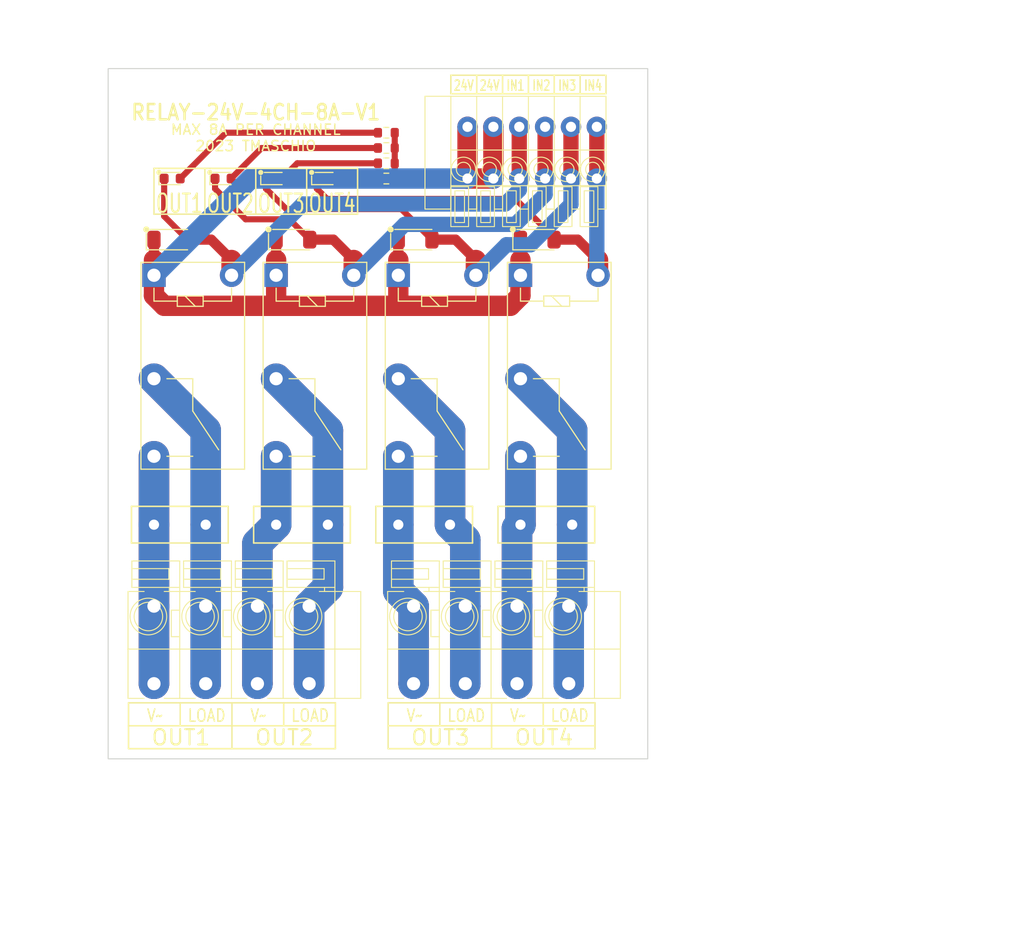
<source format=kicad_pcb>
(kicad_pcb (version 20240108) (generator "pcbnew") (generator_version "8.0")
  (title_block (title "4x 24V 8A Relay Module") (rev "V1"))
  (layers (0 "F.Cu" signal) (31 "B.Cu" signal) (35 "F.Paste" user) (37 "F.SilkS" user "F.Silkscreen") (38 "B.Mask" user) (39 "F.Mask" user) (44 "Edge.Cuts" user))
  (net 0 "")
  (net 1 "Net-(D1-A)")
  (net 2 "+24V")
  (net 3 "Net-(D1-K)")
  (net 4 "Net-(D3-A)")
  (net 5 "Net-(D3-K)")
  (net 6 "Net-(D5-A)")
  (net 7 "Net-(D5-K)")
  (net 8 "Net-(D7-A)")
  (net 9 "Net-(D7-K)")
  (net 10 "Net-(J2-Pin_1)")
  (net 11 "Net-(J2-Pin_2)")
  (net 12 "Net-(J2-Pin_3)")
  (net 13 "Net-(J2-Pin_4)")
  (net 14 "Net-(J3-Pin_2)")
  (net 15 "Net-(J3-Pin_1)")
  (net 16 "Net-(J3-Pin_4)")
  (net 17 "Net-(J3-Pin_3)")
  (footprint "Tales:Relay_SPST_Omron-G5Q-1A" (layer "F.Cu") (at 153.5 82.5 -90)
    (property "Reference" "K3")
    (property "Value" "G5Q-1A4-DC24V")
    (pad "1" thru_hole rect (at 0 0 90) (size 2.3 2.3) (drill 1.3) (layers "*.Cu" "*.Mask") (net 2 "+24V"))
    (pad "2" thru_hole circle (at 10.16 0 90) (size 2.3 2.3) (drill 1.3) (layers "*.Cu" "*.Mask") (net 14 "Net-(J3-Pin_2)"))
    (pad "3" thru_hole circle (at 17.78 0 90) (size 2.3 2.3) (drill 1.3) (layers "*.Cu" "*.Mask") (net 15 "Net-(J3-Pin_1)"))
    (pad "5" thru_hole circle (at 0 -7.62 90) (size 2.3 2.3) (drill 1.3) (layers "*.Cu" "*.Mask") (net 7 "Net-(D5-K)"))
  )
  (footprint "Tales:R_0603_1608Metric" (layer "F.Cu") (at 152.325 71.5 180)
    (property "Reference" "R3")
    (property "Value" "5k6/100mW")
    (pad "1" smd roundrect (at -0.825 0 180) (size 0.8 0.95) (layers "F.Cu" "F.Paste" "F.Mask") (net 2 "+24V"))
    (pad "2" smd roundrect (at 0.825 0 180) (size 0.8 0.95) (layers "F.Cu" "F.Paste" "F.Mask") (net 6 "Net-(D5-A)"))
  )
  (footprint "Tales:D_SOD-123" (layer "F.Cu") (at 143.15 79)
    (property "Reference" "D4")
    (property "Value" "1N4148")
    (pad "1" smd roundrect (at -1.65 0) (size 1.3 1.75) (layers "F.Cu" "F.Paste" "F.Mask") (net 2 "+24V"))
    (pad "2" smd roundrect (at 1.65 0) (size 1.3 1.75) (layers "F.Cu" "F.Paste" "F.Mask") (net 5 "Net-(D3-K)"))
  )
  (footprint "Tales:Relay_SPST_Omron-G5Q-1A" (layer "F.Cu") (at 165.5 82.5 -90)
    (property "Reference" "K4")
    (property "Value" "G5Q-1A4-DC24V")
    (pad "1" thru_hole rect (at 0 0 90) (size 2.3 2.3) (drill 1.3) (layers "*.Cu" "*.Mask") (net 2 "+24V"))
    (pad "2" thru_hole circle (at 10.16 0 90) (size 2.3 2.3) (drill 1.3) (layers "*.Cu" "*.Mask") (net 16 "Net-(J3-Pin_4)"))
    (pad "3" thru_hole circle (at 17.78 0 90) (size 2.3 2.3) (drill 1.3) (layers "*.Cu" "*.Mask") (net 17 "Net-(J3-Pin_3)"))
    (pad "5" thru_hole circle (at 0 -7.62 90) (size 2.3 2.3) (drill 1.3) (layers "*.Cu" "*.Mask") (net 9 "Net-(D7-K)"))
  )
  (footprint "Tales:TerminalBlock_Dibo_DB142V-5.08-4P_1x04_P5.08mm_Vertical" (layer "F.Cu") (at 155 122.62)
    (property "Reference" "J3")
    (property "Value" "Conn_01x04")
    (pad "1" thru_hole circle (at 0 -7.62 180) (size 3 3) (drill 1.3) (layers "*.Cu" "*.Mask") (net 15 "Net-(J3-Pin_1)"))
    (pad "1" thru_hole circle (at 0 0 180) (size 3 3) (drill 1.3) (layers "*.Cu" "*.Mask") (net 15 "Net-(J3-Pin_1)"))
    (pad "2" thru_hole circle (at 5.08 -7.62 180) (size 3 3) (drill 1.3) (layers "*.Cu" "*.Mask") (net 14 "Net-(J3-Pin_2)"))
    (pad "2" thru_hole circle (at 5.08 0 180) (size 3 3) (drill 1.3) (layers "*.Cu" "*.Mask") (net 14 "Net-(J3-Pin_2)"))
    (pad "3" thru_hole circle (at 10.16 -7.62 180) (size 3 3) (drill 1.3) (layers "*.Cu" "*.Mask") (net 17 "Net-(J3-Pin_3)"))
    (pad "3" thru_hole circle (at 10.16 0 180) (size 3 3) (drill 1.3) (layers "*.Cu" "*.Mask") (net 17 "Net-(J3-Pin_3)"))
    (pad "4" thru_hole circle (at 15.24 -7.62 180) (size 3 3) (drill 1.3) (layers "*.Cu" "*.Mask") (net 16 "Net-(J3-Pin_4)"))
    (pad "4" thru_hole circle (at 15.24 0 180) (size 3 3) (drill 1.3) (layers "*.Cu" "*.Mask") (net 16 "Net-(J3-Pin_4)"))
  )
  (footprint "Tales:LED_0603_1608Metric" (layer "F.Cu") (at 146.2875 73)
    (property "Reference" "D7")
    (property "Value" "EMERALD")
    (pad "1" smd roundrect (at -0.7875 0) (size 0.875 0.95) (layers "F.Cu" "F.Paste" "F.Mask") (net 9 "Net-(D7-K)"))
    (pad "2" smd roundrect (at 0.7875 0) (size 0.875 0.95) (layers "F.Cu" "F.Paste" "F.Mask") (net 8 "Net-(D7-A)"))
  )
  (footprint "Tales:R_0603_1608Metric" (layer "F.Cu") (at 152.325 73 180)
    (property "Reference" "R4")
    (property "Value" "5k6/100mW")
    (pad "1" smd roundrect (at -0.825 0 180) (size 0.8 0.95) (layers "F.Cu" "F.Paste" "F.Mask") (net 2 "+24V"))
    (pad "2" smd roundrect (at 0.825 0 180) (size 0.8 0.95) (layers "F.Cu" "F.Paste" "F.Mask") (net 8 "Net-(D7-A)"))
  )
  (footprint "Tales:LED_0603_1608Metric" (layer "F.Cu") (at 131.2875 73)
    (property "Reference" "D1")
    (property "Value" "EMERALD")
    (pad "1" smd roundrect (at -0.7875 0) (size 0.875 0.95) (layers "F.Cu" "F.Paste" "F.Mask") (net 3 "Net-(D1-K)"))
    (pad "2" smd roundrect (at 0.7875 0) (size 0.875 0.95) (layers "F.Cu" "F.Paste" "F.Mask") (net 1 "Net-(D1-A)"))
  )
  (footprint "Tales:R_0603_1608Metric" (layer "F.Cu") (at 152.325 70 180)
    (property "Reference" "R2")
    (property "Value" "5k6/100mW")
    (pad "1" smd roundrect (at -0.825 0 180) (size 0.8 0.95) (layers "F.Cu" "F.Paste" "F.Mask") (net 2 "+24V"))
    (pad "2" smd roundrect (at 0.825 0 180) (size 0.8 0.95) (layers "F.Cu" "F.Paste" "F.Mask") (net 4 "Net-(D3-A)"))
  )
  (footprint "Tales:D_SOD-123" (layer "F.Cu") (at 131.15 79)
    (property "Reference" "D2")
    (property "Value" "1N4148")
    (pad "1" smd roundrect (at -1.65 0) (size 1.3 1.75) (layers "F.Cu" "F.Paste" "F.Mask") (net 2 "+24V"))
    (pad "2" smd roundrect (at 1.65 0) (size 1.3 1.75) (layers "F.Cu" "F.Paste" "F.Mask") (net 3 "Net-(D1-K)"))
  )
  (footprint "Tales:RV_Disc_D9.50mm_W3.6mm_P5.08mm" (layer "F.Cu") (at 129.5 107)
    (property "Reference" "RV1")
    (property "Value" "275VAC")
    (pad "1" thru_hole circle (at 0 0) (size 2.5 2.5) (drill 1) (layers "*.Cu" "*.Mask") (net 10 "Net-(J2-Pin_1)"))
    (pad "2" thru_hole circle (at 5.08 0) (size 2.5 2.5) (drill 1) (layers "*.Cu" "*.Mask") (net 11 "Net-(J2-Pin_2)"))
  )
  (footprint "Tales:D_SOD-123" (layer "F.Cu") (at 155.15 79)
    (property "Reference" "D6")
    (property "Value" "1N4148")
    (pad "1" smd roundrect (at -1.65 0) (size 1.3 1.75) (layers "F.Cu" "F.Paste" "F.Mask") (net 2 "+24V"))
    (pad "2" smd roundrect (at 1.65 0) (size 1.3 1.75) (layers "F.Cu" "F.Paste" "F.Mask") (net 7 "Net-(D5-K)"))
  )
  (footprint "Tales:TerminalBlock_Dibo_DB141V-2.54-6P_1x06_P2.54mm_Vertical" (layer "F.Cu") (at 173 67.92 180)
    (property "Reference" "J1")
    (property "Value" "DB141V-2.54-6P")
    (pad "1" thru_hole circle (at 0 -5.08) (size 2 2) (drill 1) (layers "*.Cu" "*.Mask") (net 9 "Net-(D7-K)"))
    (pad "1" thru_hole circle (at 0 0) (size 2 2) (drill 1) (layers "*.Cu" "*.Mask") (net 9 "Net-(D7-K)"))
    (pad "2" thru_hole circle (at 2.54 -5.08) (size 2 2) (drill 1) (layers "*.Cu" "*.Mask") (net 7 "Net-(D5-K)"))
    (pad "2" thru_hole circle (at 2.54 0) (size 2 2) (drill 1) (layers "*.Cu" "*.Mask") (net 7 "Net-(D5-K)"))
    (pad "3" thru_hole circle (at 5.08 -5.08) (size 2 2) (drill 1) (layers "*.Cu" "*.Mask") (net 5 "Net-(D3-K)"))
    (pad "3" thru_hole circle (at 5.08 0) (size 2 2) (drill 1) (layers "*.Cu" "*.Mask") (net 5 "Net-(D3-K)"))
    (pad "4" thru_hole circle (at 7.62 -5.08) (size 2 2) (drill 1) (layers "*.Cu" "*.Mask") (net 3 "Net-(D1-K)"))
    (pad "4" thru_hole circle (at 7.62 0) (size 2 2) (drill 1) (layers "*.Cu" "*.Mask") (net 3 "Net-(D1-K)"))
    (pad "5" thru_hole circle (at 10.16 -5.08) (size 2 2) (drill 1) (layers "*.Cu" "*.Mask") (net 2 "+24V"))
    (pad "5" thru_hole circle (at 10.16 0) (size 2 2) (drill 1) (layers "*.Cu" "*.Mask") (net 2 "+24V"))
    (pad "6" thru_hole circle (at 12.7 -5.08) (size 2 2) (drill 1) (layers "*.Cu" "*.Mask") (net 2 "+24V"))
    (pad "6" thru_hole circle (at 12.7 0) (size 2 2) (drill 1) (layers "*.Cu" "*.Mask") (net 2 "+24V"))
  )
  (footprint "Tales:LED_0603_1608Metric" (layer "F.Cu") (at 136.2875 73)
    (property "Reference" "D3")
    (property "Value" "EMERALD")
    (pad "1" smd roundrect (at -0.7875 0) (size 0.875 0.95) (layers "F.Cu" "F.Paste" "F.Mask") (net 5 "Net-(D3-K)"))
    (pad "2" smd roundrect (at 0.7875 0) (size 0.875 0.95) (layers "F.Cu" "F.Paste" "F.Mask") (net 4 "Net-(D3-A)"))
  )
  (footprint "Tales:RV_Disc_D9.50mm_W3.6mm_P5.08mm" (layer "F.Cu") (at 165.5 107)
    (property "Reference" "RV4")
    (property "Value" "275VAC")
    (pad "1" thru_hole circle (at 0 0) (size 2.5 2.5) (drill 1) (layers "*.Cu" "*.Mask") (net 17 "Net-(J3-Pin_3)"))
    (pad "2" thru_hole circle (at 5.08 0) (size 2.5 2.5) (drill 1) (layers "*.Cu" "*.Mask") (net 16 "Net-(J3-Pin_4)"))
  )
  (footprint "Tales:RV_Disc_D9.50mm_W3.6mm_P5.08mm" (layer "F.Cu") (at 141.5 107)
    (property "Reference" "RV2")
    (property "Value" "275VAC")
    (pad "1" thru_hole circle (at 0 0) (size 2.5 2.5) (drill 1) (layers "*.Cu" "*.Mask") (net 12 "Net-(J2-Pin_3)"))
    (pad "2" thru_hole circle (at 5.08 0) (size 2.5 2.5) (drill 1) (layers "*.Cu" "*.Mask") (net 13 "Net-(J2-Pin_4)"))
  )
  (footprint "Tales:D_SOD-123" (layer "F.Cu") (at 167.15 79)
    (property "Reference" "D8")
    (property "Value" "1N4148")
    (pad "1" smd roundrect (at -1.65 0) (size 1.3 1.75) (layers "F.Cu" "F.Paste" "F.Mask") (net 2 "+24V"))
    (pad "2" smd roundrect (at 1.65 0) (size 1.3 1.75) (layers "F.Cu" "F.Paste" "F.Mask") (net 9 "Net-(D7-K)"))
  )
  (footprint "Tales:TerminalBlock_Dibo_DB142V-5.08-4P_1x04_P5.08mm_Vertical" (layer "F.Cu") (at 129.5 122.62)
    (property "Reference" "J2")
    (property "Value" "Conn_01x04")
    (pad "1" thru_hole circle (at 0 -7.62 180) (size 3 3) (drill 1.3) (layers "*.Cu" "*.Mask") (net 10 "Net-(J2-Pin_1)"))
    (pad "1" thru_hole circle (at 0 0 180) (size 3 3) (drill 1.3) (layers "*.Cu" "*.Mask") (net 10 "Net-(J2-Pin_1)"))
    (pad "2" thru_hole circle (at 5.08 -7.62 180) (size 3 3) (drill 1.3) (layers "*.Cu" "*.Mask") (net 11 "Net-(J2-Pin_2)"))
    (pad "2" thru_hole circle (at 5.08 0 180) (size 3 3) (drill 1.3) (layers "*.Cu" "*.Mask") (net 11 "Net-(J2-Pin_2)"))
    (pad "3" thru_hole circle (at 10.16 -7.62 180) (size 3 3) (drill 1.3) (layers "*.Cu" "*.Mask") (net 12 "Net-(J2-Pin_3)"))
    (pad "3" thru_hole circle (at 10.16 0 180) (size 3 3) (drill 1.3) (layers "*.Cu" "*.Mask") (net 12 "Net-(J2-Pin_3)"))
    (pad "4" thru_hole circle (at 15.24 -7.62 180) (size 3 3) (drill 1.3) (layers "*.Cu" "*.Mask") (net 13 "Net-(J2-Pin_4)"))
    (pad "4" thru_hole circle (at 15.24 0 180) (size 3 3) (drill 1.3) (layers "*.Cu" "*.Mask") (net 13 "Net-(J2-Pin_4)"))
  )
  (footprint "Tales:RV_Disc_D9.50mm_W3.6mm_P5.08mm" (layer "F.Cu") (at 153.5 107)
    (property "Reference" "RV3")
    (property "Value" "275VAC")
    (pad "1" thru_hole circle (at 0 0) (size 2.5 2.5) (drill 1) (layers "*.Cu" "*.Mask") (net 15 "Net-(J3-Pin_1)"))
    (pad "2" thru_hole circle (at 5.08 0) (size 2.5 2.5) (drill 1) (layers "*.Cu" "*.Mask") (net 14 "Net-(J3-Pin_2)"))
  )
  (footprint "Tales:R_0603_1608Metric" (layer "F.Cu") (at 152.325 68.5 180)
    (property "Reference" "R1")
    (property "Value" "5k6/100mW")
    (pad "1" smd roundrect (at -0.825 0 180) (size 0.8 0.95) (layers "F.Cu" "F.Paste" "F.Mask") (net 2 "+24V"))
    (pad "2" smd roundrect (at 0.825 0 180) (size 0.8 0.95) (layers "F.Cu" "F.Paste" "F.Mask") (net 1 "Net-(D1-A)"))
  )
  (footprint "Tales:Relay_SPST_Omron-G5Q-1A" (layer "F.Cu") (at 141.5 82.5 -90)
    (property "Reference" "K2")
    (property "Value" "G5Q-1A4-DC24V")
    (pad "1" thru_hole rect (at 0 0 90) (size 2.3 2.3) (drill 1.3) (layers "*.Cu" "*.Mask") (net 2 "+24V"))
    (pad "2" thru_hole circle (at 10.16 0 90) (size 2.3 2.3) (drill 1.3) (layers "*.Cu" "*.Mask") (net 13 "Net-(J2-Pin_4)"))
    (pad "3" thru_hole circle (at 17.78 0 90) (size 2.3 2.3) (drill 1.3) (layers "*.Cu" "*.Mask") (net 12 "Net-(J2-Pin_3)"))
    (pad "5" thru_hole circle (at 0 -7.62 90) (size 2.3 2.3) (drill 1.3) (layers "*.Cu" "*.Mask") (net 5 "Net-(D3-K)"))
  )
  (footprint "Tales:Relay_SPST_Omron-G5Q-1A" (layer "F.Cu") (at 129.5 82.5 -90)
    (property "Reference" "K1")
    (property "Value" "G5Q-1A4-DC24V")
    (pad "1" thru_hole rect (at 0 0 90) (size 2.3 2.3) (drill 1.3) (layers "*.Cu" "*.Mask") (net 2 "+24V"))
    (pad "2" thru_hole circle (at 10.16 0 90) (size 2.3 2.3) (drill 1.3) (layers "*.Cu" "*.Mask") (net 11 "Net-(J2-Pin_2)"))
    (pad "3" thru_hole circle (at 17.78 0 90) (size 2.3 2.3) (drill 1.3) (layers "*.Cu" "*.Mask") (net 10 "Net-(J2-Pin_1)"))
    (pad "5" thru_hole circle (at 0 -7.62 90) (size 2.3 2.3) (drill 1.3) (layers "*.Cu" "*.Mask") (net 3 "Net-(D1-K)"))
  )
  (footprint "Tales:LED_0603_1608Metric" (layer "F.Cu") (at 141.2875 73)
    (property "Reference" "D5")
    (property "Value" "EMERALD")
    (pad "1" smd roundrect (at -0.7875 0) (size 0.875 0.95) (layers "F.Cu" "F.Paste" "F.Mask") (net 7 "Net-(D5-K)"))
    (pad "2" smd roundrect (at 0.7875 0) (size 0.875 0.95) (layers "F.Cu" "F.Paste" "F.Mask") (net 6 "Net-(D5-A)"))
  )
  (gr_line (start 162.66 124.5) (end 162.66 129) (stroke (width 0.15)) (layer "F.SilkS"))
  (gr_rect (start 158.66 62.85) (end 173.9 64.67) (stroke (width 0.15)) (fill none) (layer "F.SilkS"))
  (gr_line (start 144.5 76.5) (end 144.5 72) (stroke (width 0.15)) (layer "F.SilkS"))
  (gr_line (start 142.24 124.5) (end 142.24 126.75) (stroke (width 0.15)) (layer "F.SilkS"))
  (gr_line (start 127 124.5) (end 147.32 124.5) (stroke (width 0.15)) (layer "F.SilkS"))
  (gr_line (start 166.28 64.67) (end 166.28 62.85) (stroke (width 0.15)) (layer "F.SilkS"))
  (gr_line (start 147.32 124.5) (end 147.32 129) (stroke (width 0.15)) (layer "F.SilkS"))
  (gr_line (start 172.82 124.5) (end 172.82 129) (stroke (width 0.15)) (layer "F.SilkS"))
  (gr_line (start 129.5 72) (end 149.5 72) (stroke (width 0.15)) (layer "F.SilkS"))
  (gr_line (start 152.5 124.5) (end 172.82 124.5) (stroke (width 0.15)) (layer "F.SilkS"))
  (gr_line (start 149.5 76.5) (end 129.5 76.5) (stroke (width 0.15)) (layer "F.SilkS"))
  (gr_line (start 171.36 64.65) (end 171.36 62.85) (stroke (width 0.15)) (layer "F.SilkS"))
  (gr_line (start 163.74 64.65) (end 163.74 62.85) (stroke (width 0.15)) (layer "F.SilkS"))
  (gr_line (start 167.74 124.5) (end 167.74 126.75) (stroke (width 0.15)) (layer "F.SilkS"))
  (gr_line (start 157.58 124.5) (end 157.58 126.75) (stroke (width 0.15)) (layer "F.SilkS"))
  (gr_line (start 168.82 64.65) (end 168.82 62.85) (stroke (width 0.15)) (layer "F.SilkS"))
  (gr_line (start 139.5 76.5) (end 139.5 72) (stroke (width 0.15)) (layer "F.SilkS"))
  (gr_line (start 149.5 72) (end 149.5 76.5) (stroke (width 0.15)) (layer "F.SilkS"))
  (gr_line (start 134.5 72) (end 134.5 76.5) (stroke (width 0.15)) (layer "F.SilkS"))
  (gr_line (start 137.16 124.5) (end 137.16 129) (stroke (width 0.15)) (layer "F.SilkS"))
  (gr_line (start 152.5 124.5) (end 152.5 129) (stroke (width 0.15)) (layer "F.SilkS"))
  (gr_line (start 152.5 129) (end 172.82 129) (stroke (width 0.15)) (layer "F.SilkS"))
  (gr_line (start 127 124.5) (end 127 129) (stroke (width 0.15)) (layer "F.SilkS"))
  (gr_line (start 132.08 124.5) (end 132.08 126.75) (stroke (width 0.15)) (layer "F.SilkS"))
  (gr_line (start 129.5 76.5) (end 129.5 72) (stroke (width 0.15)) (layer "F.SilkS"))
  (gr_line (start 127 126.75) (end 147.32 126.75) (stroke (width 0.15)) (layer "F.SilkS"))
  (gr_line (start 152.5 126.75) (end 172.82 126.75) (stroke (width 0.15)) (layer "F.SilkS"))
  (gr_line (start 161.2 64.65) (end 161.2 62.85) (stroke (width 0.15)) (layer "F.SilkS"))
  (gr_line (start 127 129) (end 147.32 129) (stroke (width 0.15)) (layer "F.SilkS"))
  (gr_rect (start 125 62.2) (end 178 130) (stroke (width 0.1)) (fill none) (layer "Edge.Cuts"))
  (gr_text "IN2" (at 167.55 64.45 0) (layer "F.SilkS") (effects (font (size 1 0.7) (thickness 0.15) (bold yes)) (justify bottom)))
  (gr_text "V~" (at 129.6 125.75 0) (layer "F.SilkS") (effects (font (size 1.2 1))))
  (gr_text "OUT3" (at 142 76.5 0) (layer "F.SilkS") (effects (font (size 1.8 1.2) (thickness 0.2)) (justify bottom)))
  (gr_text "LOAD" (at 134.68 125.75 0) (layer "F.SilkS") (effects (font (size 1.2 1))))
  (gr_text "OUT4" (at 167.8 127.9 0) (layer "F.SilkS") (effects (font (size 1.5 1.5) (thickness 0.2))))
  (gr_text "LOAD" (at 144.84 125.75 0) (layer "F.SilkS") (effects (font (size 1.2 1))))
  (gr_text "LOAD" (at 170.34 125.75 0) (layer "F.SilkS") (effects (font (size 1.2 1))))
  (gr_text "OUT3" (at 157.64 127.9 0) (layer "F.SilkS") (effects (font (size 1.5 1.5) (thickness 0.2))))
  (gr_text "OUT2" (at 142.3 127.9 0) (layer "F.SilkS") (effects (font (size 1.5 1.5) (thickness 0.2))))
  (gr_text "V~" (at 139.76 125.75 0) (layer "F.SilkS") (effects (font (size 1.2 1))))
  (gr_text "OUT2" (at 137 76.5 0) (layer "F.SilkS") (effects (font (size 1.8 1.2) (thickness 0.2)) (justify bottom)))
  (gr_text "IN1" (at 165.01 64.45 0) (layer "F.SilkS") (effects (font (size 1 0.7) (thickness 0.15) (bold yes)) (justify bottom)))
  (gr_text "V~" (at 155.1 125.75 0) (layer "F.SilkS") (effects (font (size 1.2 1))))
  (gr_text "OUT4" (at 147 76.5 0) (layer "F.SilkS") (effects (font (size 1.8 1.2) (thickness 0.2)) (justify bottom)))
  (gr_text "V~" (at 165.26 125.75 0) (layer "F.SilkS") (effects (font (size 1.2 1))))
  (gr_text "OUT1" (at 132 76.5 0) (layer "F.SilkS") (effects (font (size 1.8 1.2) (thickness 0.2)) (justify bottom)))
  (gr_text "OUT1" (at 132.14 127.9 0) (layer "F.SilkS") (effects (font (size 1.5 1.5) (thickness 0.2))))
  (gr_text "RELAY-24V-4CH-8A-V1" (at 139.5 66.5 0) (layer "F.SilkS") (effects (font (size 1.5 1.3) (thickness 0.25) (bold yes))))
  (gr_text "IN3" (at 170.09 64.45 0) (layer "F.SilkS") (effects (font (size 1 0.7) (thickness 0.15) (bold yes)) (justify bottom)))
  (gr_text "24V" (at 159.93 64.45 0) (layer "F.SilkS") (effects (font (size 1 0.7) (thickness 0.15) (bold yes)) (justify bottom)))
  (gr_text "24V" (at 162.47 64.45 0) (layer "F.SilkS") (effects (font (size 1 0.7) (thickness 0.15) (bold yes)) (justify bottom)))
  (gr_text "IN4" (at 172.63 64.45 0) (layer "F.SilkS") (effects (font (size 1 0.7) (thickness 0.15) (bold yes)) (justify bottom)))
  (gr_text "LOAD" (at 160.18 125.75 0) (layer "F.SilkS") (effects (font (size 1.2 1))))
  (gr_text "MAX 8A PER CHANNEL\n2023 TMASCHIO" (at 139.5 69 0) (layer "F.SilkS") (effects (font (size 1 1))))
  (segment (start 136.575 68.5) (end 132.075 73) (width 0.6) (layer "F.Cu") (net 1))
  (segment (start 151.5 68.5) (end 136.575 68.5) (width 0.6) (layer "F.Cu") (net 1))
  (segment (start 153.15 73) (end 153.15 71.5) (width 0.6) (layer "F.Cu") (net 2))
  (segment (start 153.5 82.5) (end 153.5 81) (width 2) (layer "F.Cu") (net 2))
  (segment (start 141.5 82.5) (end 141.5 81) (width 2) (layer "F.Cu") (net 2))
  (segment (start 129.5 79) (end 129.5 81) (width 1) (layer "F.Cu") (net 2))
  (segment (start 141.5 85.5) (end 153.5 85.5) (width 2) (layer "F.Cu") (net 2))
  (segment (start 129.5 82.5) (end 129.5 84.5) (width 2) (layer "F.Cu") (net 2))
  (segment (start 153.15 71.5) (end 153.15 70) (width 0.6) (layer "F.Cu") (net 2))
  (segment (start 164.5 85.5) (end 165.5 84.5) (width 2) (layer "F.Cu") (net 2))
  (segment (start 162.84 73) (end 160.3 73) (width 2) (layer "F.Cu") (net 2))
  (segment (start 153.15 73) (end 159 73) (width 0.6) (layer "F.Cu") (net 2))
  (segment (start 160.3 73) (end 159 73) (width 2) (layer "F.Cu") (net 2))
  (segment (start 153.15 70) (end 153.15 68.5) (width 0.6) (layer "F.Cu") (net 2))
  (segment (start 141.5 82.5) (end 141.5 85.5) (width 2) (layer "F.Cu") (net 2))
  (segment (start 160.3 67.92) (end 160.3 73) (width 2) (layer "F.Cu") (net 2))
  (segment (start 165.5 79) (end 165.5 81) (width 1) (layer "F.Cu") (net 2))
  (segment (start 129.5 82.5) (end 129.5 81) (width 2) (layer "F.Cu") (net 2))
  (segment (start 153.5 82.5) (end 153.5 85.5) (width 2) (layer "F.Cu") (net 2))
  (segment (start 162.84 67.92) (end 162.84 73) (width 2) (layer "F.Cu") (net 2))
  (segment (start 165.5 84.5) (end 165.5 82.5) (width 2) (layer "F.Cu") (net 2))
  (segment (start 141.5 79) (end 141.5 81) (width 1) (layer "F.Cu") (net 2))
  (segment (start 153.5 85.5) (end 164.5 85.5) (width 2) (layer "F.Cu") (net 2))
  (segment (start 153.5 79) (end 153.5 81) (width 1) (layer "F.Cu") (net 2))
  (segment (start 129.5 84.5) (end 130.5 85.5) (width 2) (layer "F.Cu") (net 2))
  (segment (start 130.5 85.5) (end 141.5 85.5) (width 2) (layer "F.Cu") (net 2))
  (segment (start 165.5 82.5) (end 165.5 81) (width 2) (layer "F.Cu") (net 2))
  (segment (start 139 73) (end 129.5 82.5) (width 2) (layer "B.Cu") (net 2))
  (segment (start 160.3 73) (end 139 73) (width 2) (layer "B.Cu") (net 2))
  (segment (start 132.8 79) (end 135.12 79) (width 1) (layer "F.Cu") (net 3))
  (segment (start 130.5 73) (end 130.5 76.7) (width 0.6) (layer "F.Cu") (net 3))
  (segment (start 135.12 79) (end 137.12 81) (width 1) (layer "F.Cu") (net 3))
  (segment (start 137.12 82.5) (end 137.12 81) (width 2) (layer "F.Cu") (net 3))
  (segment (start 130.5 76.7) (end 132.8 79) (width 0.6) (layer "F.Cu") (net 3))
  (segment (start 165.38 67.92) (end 165.38 73) (width 1.5) (layer "F.Cu") (net 3))
  (segment (start 165.38 73) (end 165.38 74.12) (width 1.5) (layer "B.Cu") (net 3))
  (segment (start 165.38 74.12) (end 164 75.5) (width 1.5) (layer "B.Cu") (net 3))
  (segment (start 164 75.5) (end 144.12 75.5) (width 1.5) (layer "B.Cu") (net 3))
  (segment (start 144.12 75.5) (end 137.12 82.5) (width 1.5) (layer "B.Cu") (net 3))
  (segment (start 151.5 70) (end 140.075 70) (width 0.6) (layer "F.Cu") (net 4))
  (segment (start 140.075 70) (end 137.075 73) (width 0.6) (layer "F.Cu") (net 4))
  (segment (start 138.5 77) (end 142.8 77) (width 0.6) (layer "F.Cu") (net 5))
  (segment (start 144.8 79) (end 147.12 79) (width 1) (layer "F.Cu") (net 5))
  (segment (start 147.12 79) (end 149.12 81) (width 1) (layer "F.Cu") (net 5))
  (segment (start 167.92 67.92) (end 167.92 73) (width 1.5) (layer "F.Cu") (net 5))
  (segment (start 149.12 82.5) (end 149.12 81) (width 2) (layer "F.Cu") (net 5))
  (segment (start 135.5 74) (end 138.5 77) (width 0.6) (layer "F.Cu") (net 5))
  (segment (start 142.8 77) (end 144.8 79) (width 0.6) (layer "F.Cu") (net 5))
  (segment (start 135.5 73) (end 135.5 74) (width 0.6) (layer "F.Cu") (net 5))
  (segment (start 167.92 74.58) (end 165 77.5) (width 1.5) (layer "B.Cu") (net 5))
  (segment (start 154.12 77.5) (end 149.12 82.5) (width 1.5) (layer "B.Cu") (net 5))
  (segment (start 165 77.5) (end 154.12 77.5) (width 1.5) (layer "B.Cu") (net 5))
  (segment (start 167.92 73) (end 167.92 74.58) (width 1.5) (layer "B.Cu") (net 5))
  (segment (start 151.5 71.5) (end 143.575 71.5) (width 0.6) (layer "F.Cu") (net 6))
  (segment (start 143.575 71.5) (end 142.075 73) (width 0.6) (layer "F.Cu") (net 6))
  (segment (start 170.46 67.92) (end 170.46 73) (width 1.5) (layer "F.Cu") (net 7))
  (segment (start 140.5 73) (end 140.5 74) (width 0.6) (layer "F.Cu") (net 7))
  (segment (start 140.5 74) (end 142.5 76) (width 0.6) (layer "F.Cu") (net 7))
  (segment (start 159.12 79) (end 161.12 81) (width 1) (layer "F.Cu") (net 7))
  (segment (start 156.8 79) (end 159.12 79) (width 1) (layer "F.Cu") (net 7))
  (segment (start 161.12 82.5) (end 161.12 81) (width 2) (layer "F.Cu") (net 7))
  (segment (start 142.5 76) (end 153.8 76) (width 0.6) (layer "F.Cu") (net 7))
  (segment (start 153.8 76) (end 156.8 79) (width 0.6) (layer "F.Cu") (net 7))
  (segment (start 170.46 75.54) (end 166.5 79.5) (width 1.5) (layer "B.Cu") (net 7))
  (segment (start 170.46 73) (end 170.46 75.54) (width 1.5) (layer "B.Cu") (net 7))
  (segment (start 166.5 79.5) (end 164.12 79.5) (width 1.5) (layer "B.Cu") (net 7))
  (segment (start 164.12 79.5) (end 161.12 82.5) (width 1.5) (layer "B.Cu") (net 7))
  (segment (start 147.075 73) (end 151.5 73) (width 0.6) (layer "F.Cu") (net 8))
  (segment (start 145.5 74) (end 146.5 75) (width 0.6) (layer "F.Cu") (net 9))
  (segment (start 146.5 75) (end 165 75) (width 0.6) (layer "F.Cu") (net 9))
  (segment (start 165 75) (end 169 79) (width 0.6) (layer "F.Cu") (net 9))
  (segment (start 173.12 82.5) (end 173.12 81) (width 2) (layer "F.Cu") (net 9))
  (segment (start 168.8 79) (end 171.12 79) (width 1) (layer "F.Cu") (net 9))
  (segment (start 145.5 73) (end 145.5 74) (width 0.6) (layer "F.Cu") (net 9))
  (segment (start 171.12 79) (end 173.12 81) (width 1) (layer "F.Cu") (net 9))
  (segment (start 173 67.92) (end 173 73) (width 1.5) (layer "F.Cu") (net 9))
  (segment (start 173 82.38) (end 173.12 82.5) (width 1.5) (layer "B.Cu") (net 9))
  (segment (start 173 73) (end 173 82.38) (width 1.5) (layer "B.Cu") (net 9))
  (segment (start 129.5 115) (end 129.5 122.62) (width 3) (layer "F.Cu") (net 10))
  (segment (start 129.5 100.28) (end 129.5 107) (width 3) (layer "F.Cu") (net 10))
  (segment (start 129.5 107) (end 129.5 115) (width 3) (layer "F.Cu") (net 10))
  (segment (start 129.5 115) (end 129.5 122.62) (width 3) (layer "B.Cu") (net 10))
  (segment (start 129.5 107) (end 129.5 100.28) (width 3) (layer "B.Cu") (net 10))
  (segment (start 129.5 107) (end 129.5 115) (width 3) (layer "B.Cu") (net 10))
  (segment (start 134.58 97.74) (end 129.5 92.66) (width 3) (layer "F.Cu") (net 11))
  (segment (start 134.58 115) (end 134.58 122.62) (width 3) (layer "F.Cu") (net 11))
  (segment (start 134.58 107) (end 134.58 115) (width 3) (layer "F.Cu") (net 11))
  (segment (start 134.58 107) (end 134.58 97.74) (width 3) (layer "F.Cu") (net 11))
  (segment (start 134.58 107) (end 134.58 97.74) (width 3) (layer "B.Cu") (net 11))
  (segment (start 134.58 97.74) (end 129.5 92.66) (width 3) (layer "B.Cu") (net 11))
  (segment (start 134.58 115) (end 134.58 122.62) (width 3) (layer "B.Cu") (net 11))
  (segment (start 134.58 107) (end 134.58 115) (width 3) (layer "B.Cu") (net 11))
  (segment (start 139.66 115) (end 139.66 108.84) (width 3) (layer "F.Cu") (net 12))
  (segment (start 141.5 100.28) (end 141.5 107) (width 3) (layer "F.Cu") (net 12))
  (segment (start 139.66 115) (end 139.66 122.62) (width 3) (layer "F.Cu") (net 12))
  (segment (start 139.66 108.84) (end 141.5 107) (width 3) (layer "F.Cu") (net 12))
  (segment (start 139.66 108.84) (end 141.5 107) (width 3) (layer "B.Cu") (net 12))
  (segment (start 141.5 107) (end 141.5 100.28) (width 3) (layer "B.Cu") (net 12))
  (segment (start 139.66 115) (end 139.66 122.62) (width 3) (layer "B.Cu") (net 12))
  (segment (start 139.66 115) (end 139.66 108.84) (width 3) (layer "B.Cu") (net 12))
  (segment (start 146.58 113.16) (end 144.74 115) (width 3) (layer "F.Cu") (net 13))
  (segment (start 146.58 107) (end 146.58 97.74) (width 3) (layer "F.Cu") (net 13))
  (segment (start 146.58 97.74) (end 141.5 92.66) (width 3) (layer "F.Cu") (net 13))
  (segment (start 146.58 107) (end 146.58 113.16) (width 3) (layer "F.Cu") (net 13))
  (segment (start 144.74 115) (end 144.74 122.62) (width 3) (layer "F.Cu") (net 13))
  (segment (start 146.58 107) (end 146.58 97.74) (width 3) (layer "B.Cu") (net 13))
  (segment (start 146.58 97.74) (end 141.5 92.66) (width 3) (layer "B.Cu") (net 13))
  (segment (start 146.58 107) (end 146.58 113.16) (width 3) (layer "B.Cu") (net 13))
  (segment (start 146.58 113.16) (end 144.74 115) (width 3) (layer "B.Cu") (net 13))
  (segment (start 144.74 122.62) (end 144.74 115) (width 3) (layer "B.Cu") (net 13))
  (segment (start 160.08 115) (end 160.08 122.62) (width 3) (layer "F.Cu") (net 14))
  (segment (start 160.08 108.5) (end 158.58 107) (width 3) (layer "F.Cu") (net 14))
  (segment (start 160.08 115) (end 160.08 108.5) (width 3) (layer "F.Cu") (net 14))
  (segment (start 158.58 107) (end 158.58 97.74) (width 3) (layer "F.Cu") (net 14))
  (segment (start 158.58 97.74) (end 153.5 92.66) (width 3) (layer "F.Cu") (net 14))
  (segment (start 160.08 122.62) (end 160.08 115) (width 3) (layer "B.Cu") (net 14))
  (segment (start 160.08 108.5) (end 158.58 107) (width 3) (layer "B.Cu") (net 14))
  (segment (start 158.58 107) (end 158.58 97.74) (width 3) (layer "B.Cu") (net 14))
  (segment (start 158.58 97.74) (end 153.5 92.66) (width 3) (layer "B.Cu") (net 14))
  (segment (start 160.08 115) (end 160.08 108.5) (width 3) (layer "B.Cu") (net 14))
  (segment (start 153.5 107) (end 153.5 113.5) (width 3) (layer "F.Cu") (net 15))
  (segment (start 155 115) (end 155 122.62) (width 3) (layer "F.Cu") (net 15))
  (segment (start 153.5 100.28) (end 153.5 107) (width 3) (layer "F.Cu") (net 15))
  (segment (start 153.5 113.5) (end 155 115) (width 3) (layer "F.Cu") (net 15))
  (segment (start 153.5 113.5) (end 155 115) (width 3) (layer "B.Cu") (net 15))
  (segment (start 153.5 107) (end 153.5 100.28) (width 3) (layer "B.Cu") (net 15))
  (segment (start 155 115) (end 155 122.62) (width 3) (layer "B.Cu") (net 15))
  (segment (start 153.5 107) (end 153.5 113.5) (width 3) (layer "B.Cu") (net 15))
  (segment (start 170.24 115) (end 170.24 122.62) (width 3) (layer "F.Cu") (net 16))
  (segment (start 170.58 97.74) (end 165.5 92.66) (width 3) (layer "F.Cu") (net 16))
  (segment (start 170.58 107) (end 170.58 114.66) (width 3) (layer "F.Cu") (net 16))
  (segment (start 170.58 114.66) (end 170.24 115) (width 3) (layer "F.Cu") (net 16))
  (segment (start 170.58 107) (end 170.58 97.74) (width 3) (layer "F.Cu") (net 16))
  (segment (start 170.58 97.74) (end 165.5 92.66) (width 3) (layer "B.Cu") (net 16))
  (segment (start 170.58 114.66) (end 170.24 115) (width 3) (layer "B.Cu") (net 16))
  (segment (start 170.24 115) (end 170.24 122.62) (width 3) (layer "B.Cu") (net 16))
  (segment (start 170.58 107) (end 170.58 97.74) (width 3) (layer "B.Cu") (net 16))
  (segment (start 170.58 107) (end 170.58 114.66) (width 3) (layer "B.Cu") (net 16))
  (segment (start 165.16 115) (end 165.16 122.62) (width 3) (layer "F.Cu") (net 17))
  (segment (start 165.5 100.28) (end 165.5 107) (width 3) (layer "F.Cu") (net 17))
  (segment (start 165.16 115) (end 165.16 107.34) (width 3) (layer "F.Cu") (net 17))
  (segment (start 165.16 107.34) (end 165.5 107) (width 3) (layer "F.Cu") (net 17))
  (segment (start 165.16 107.34) (end 165.5 107) (width 3) (layer "B.Cu") (net 17))
  (segment (start 165.16 115) (end 165.16 122.62) (width 3) (layer "B.Cu") (net 17))
  (segment (start 165.16 115) (end 165.16 107.34) (width 3) (layer "B.Cu") (net 17))
  (segment (start 165.5 107) (end 165.5 100.28) (width 3) (layer "B.Cu") (net 17))
)
</source>
